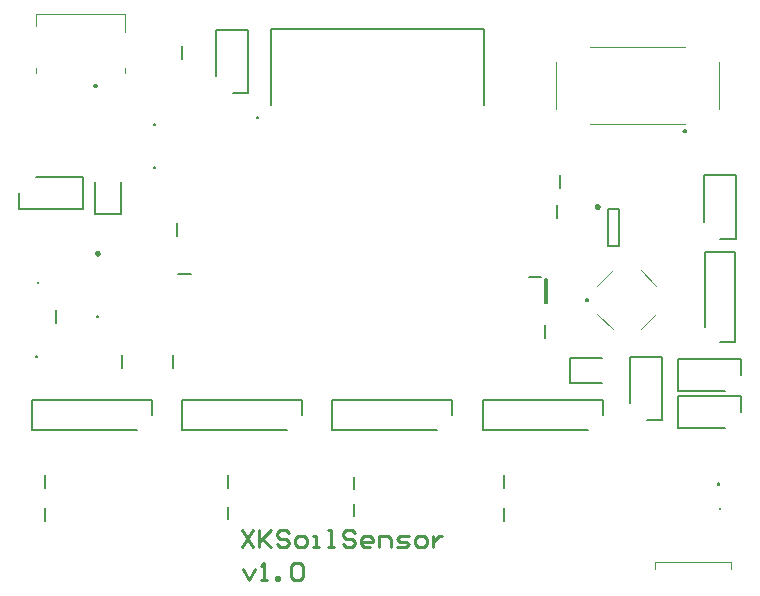
<source format=gto>
%FSTAX23Y23*%
%MOIN*%
%SFA1B1*%

%IPPOS*%
%ADD10C,0.007870*%
%ADD11C,0.009840*%
%ADD12C,0.003940*%
%ADD13C,0.010000*%
%LNxksoilsensor-1*%
%LPD*%
G54D10*
X02256Y01792D02*
D01*
X02256Y01792*
X02256Y01793*
X02256Y01793*
X02256Y01793*
X02256Y01793*
X02256Y01794*
X02255Y01794*
X02255Y01794*
X02255Y01794*
X02255Y01795*
X02255Y01795*
X02255Y01795*
X02254Y01795*
X02254Y01795*
X02254Y01796*
X02254Y01796*
X02253Y01796*
X02253Y01796*
X02253Y01796*
X02253Y01796*
X02252Y01796*
X02252Y01796*
X02252*
X02252Y01796*
X02251Y01796*
X02251Y01796*
X02251Y01796*
X02251Y01796*
X0225Y01796*
X0225Y01796*
X0225Y01795*
X0225Y01795*
X02249Y01795*
X02249Y01795*
X02249Y01795*
X02249Y01794*
X02249Y01794*
X02249Y01794*
X02248Y01794*
X02248Y01793*
X02248Y01793*
X02248Y01793*
X02248Y01793*
X02248Y01792*
X02248Y01792*
D01*
X02248Y01792*
X02248Y01792*
X02248Y01791*
X02248Y01791*
X02248Y01791*
X02248Y01791*
X02249Y0179*
X02249Y0179*
X02249Y0179*
X02249Y0179*
X02249Y01789*
X02249Y01789*
X0225Y01789*
X0225Y01789*
X0225Y01789*
X0225Y01789*
X02251Y01788*
X02251Y01788*
X02251Y01788*
X02251Y01788*
X02252Y01788*
X02252Y01788*
X02252*
X02252Y01788*
X02253Y01788*
X02253Y01788*
X02253Y01788*
X02253Y01788*
X02254Y01789*
X02254Y01789*
X02254Y01789*
X02254Y01789*
X02255Y01789*
X02255Y01789*
X02255Y0179*
X02255Y0179*
X02255Y0179*
X02255Y0179*
X02256Y01791*
X02256Y01791*
X02256Y01791*
X02256Y01791*
X02256Y01792*
X02256Y01792*
X02256Y01792*
X0193Y0123D02*
D01*
X0193Y0123*
X0193Y0123*
X01929Y0123*
X01929Y01231*
X01929Y01231*
X01929Y01231*
X01929Y01231*
X01929Y01232*
X01929Y01232*
X01929Y01232*
X01928Y01232*
X01928Y01232*
X01928Y01233*
X01928Y01233*
X01928Y01233*
X01927Y01233*
X01927Y01233*
X01927Y01233*
X01927Y01233*
X01926Y01233*
X01926Y01233*
X01926Y01233*
X01926*
X01925Y01233*
X01925Y01233*
X01925Y01233*
X01924Y01233*
X01924Y01233*
X01924Y01233*
X01924Y01233*
X01923Y01233*
X01923Y01233*
X01923Y01232*
X01923Y01232*
X01923Y01232*
X01922Y01232*
X01922Y01232*
X01922Y01231*
X01922Y01231*
X01922Y01231*
X01922Y01231*
X01922Y0123*
X01922Y0123*
X01922Y0123*
X01922Y0123*
X01922Y01229*
X01922Y01229*
X01922Y01229*
X01922Y01228*
X01922Y01228*
X01922Y01228*
X01922Y01228*
X01922Y01227*
X01922Y01227*
X01923Y01227*
X01923Y01227*
X01923Y01227*
X01923Y01226*
X01923Y01226*
X01924Y01226*
X01924Y01226*
X01924Y01226*
X01924Y01226*
X01925Y01226*
X01925Y01226*
X01925Y01226*
X01926Y01226*
X01926*
X01926Y01226*
X01926Y01226*
X01927Y01226*
X01927Y01226*
X01927Y01226*
X01927Y01226*
X01928Y01226*
X01928Y01226*
X01928Y01226*
X01928Y01227*
X01928Y01227*
X01929Y01227*
X01929Y01227*
X01929Y01227*
X01929Y01228*
X01929Y01228*
X01929Y01228*
X01929Y01228*
X01929Y01229*
X0193Y01229*
X0193Y01229*
X0193Y0123*
X00093Y0104D02*
D01*
X00093Y0104*
X00093Y0104*
X00093Y0104*
X00093Y0104*
X00093Y0104*
X00093Y0104*
X00093Y0104*
X00093Y01041*
X00093Y01041*
X00093Y01041*
X00092Y01041*
X00092Y01041*
X00092Y01041*
X00092Y01041*
X00092Y01041*
X00092Y01041*
X00092Y01041*
X00092Y01041*
X00092Y01041*
X00091Y01041*
X00091Y01041*
X00091Y01041*
X00091*
X00091Y01041*
X00091Y01041*
X00091Y01041*
X0009Y01041*
X0009Y01041*
X0009Y01041*
X0009Y01041*
X0009Y01041*
X0009Y01041*
X0009Y01041*
X0009Y01041*
X0009Y01041*
X00089Y01041*
X00089Y01041*
X00089Y0104*
X00089Y0104*
X00089Y0104*
X00089Y0104*
X00089Y0104*
X00089Y0104*
X00089Y0104*
X00089Y0104*
X00089Y01039*
X00089Y01039*
X00089Y01039*
X00089Y01039*
X00089Y01039*
X00089Y01039*
X00089Y01039*
X00089Y01038*
X00089Y01038*
X0009Y01038*
X0009Y01038*
X0009Y01038*
X0009Y01038*
X0009Y01038*
X0009Y01038*
X0009Y01038*
X0009Y01038*
X0009Y01038*
X00091Y01038*
X00091Y01038*
X00091Y01038*
X00091Y01038*
X00091*
X00091Y01038*
X00091Y01038*
X00092Y01038*
X00092Y01038*
X00092Y01038*
X00092Y01038*
X00092Y01038*
X00092Y01038*
X00092Y01038*
X00092Y01038*
X00092Y01038*
X00093Y01038*
X00093Y01038*
X00093Y01038*
X00093Y01039*
X00093Y01039*
X00093Y01039*
X00093Y01039*
X00093Y01039*
X00093Y01039*
X00093Y01039*
X00093Y0104*
X00297Y01175D02*
D01*
X00297Y01175*
X00297Y01175*
X00297Y01175*
X00297Y01175*
X00297Y01175*
X00297Y01175*
X00297Y01175*
X00297Y01176*
X00297Y01176*
X00297Y01176*
X00297Y01176*
X00296Y01176*
X00296Y01176*
X00296Y01176*
X00296Y01176*
X00296Y01176*
X00296Y01176*
X00296Y01176*
X00296Y01176*
X00296Y01176*
X00295Y01176*
X00295Y01176*
X00295*
X00295Y01176*
X00295Y01176*
X00295Y01176*
X00295Y01176*
X00294Y01176*
X00294Y01176*
X00294Y01176*
X00294Y01176*
X00294Y01176*
X00294Y01176*
X00294Y01176*
X00294Y01176*
X00294Y01176*
X00293Y01176*
X00293Y01175*
X00293Y01175*
X00293Y01175*
X00293Y01175*
X00293Y01175*
X00293Y01175*
X00293Y01175*
X00293Y01175*
X00293Y01174*
X00293Y01174*
X00293Y01174*
X00293Y01174*
X00293Y01174*
X00293Y01174*
X00293Y01174*
X00293Y01173*
X00294Y01173*
X00294Y01173*
X00294Y01173*
X00294Y01173*
X00294Y01173*
X00294Y01173*
X00294Y01173*
X00294Y01173*
X00294Y01173*
X00295Y01173*
X00295Y01173*
X00295Y01173*
X00295Y01173*
X00295Y01173*
X00295*
X00295Y01173*
X00296Y01173*
X00296Y01173*
X00296Y01173*
X00296Y01173*
X00296Y01173*
X00296Y01173*
X00296Y01173*
X00296Y01173*
X00296Y01173*
X00297Y01173*
X00297Y01173*
X00297Y01173*
X00297Y01173*
X00297Y01174*
X00297Y01174*
X00297Y01174*
X00297Y01174*
X00297Y01174*
X00297Y01174*
X00297Y01174*
X00297Y01175*
X02366Y00616D02*
D01*
X02366Y00616*
X02366Y00616*
X02366Y00616*
X02366Y00616*
X02366Y00616*
X02366Y00616*
X02366Y00617*
X02366Y00617*
X02366Y00617*
X02366Y00617*
X02366Y00617*
X02366Y00617*
X02366Y00617*
X02366Y00617*
X02365Y00617*
X02365Y00617*
X02365Y00617*
X02365Y00617*
X02365Y00618*
X02365Y00618*
X02365Y00618*
X02365Y00618*
X02364*
X02364Y00618*
X02364Y00618*
X02364Y00618*
X02364Y00617*
X02364Y00617*
X02364Y00617*
X02364Y00617*
X02363Y00617*
X02363Y00617*
X02363Y00617*
X02363Y00617*
X02363Y00617*
X02363Y00617*
X02363Y00617*
X02363Y00617*
X02363Y00616*
X02363Y00616*
X02363Y00616*
X02363Y00616*
X02363Y00616*
X02363Y00616*
X02363Y00616*
X02363Y00615*
X02363Y00615*
X02363Y00615*
X02363Y00615*
X02363Y00615*
X02363Y00615*
X02363Y00615*
X02363Y00615*
X02363Y00614*
X02363Y00614*
X02363Y00614*
X02363Y00614*
X02363Y00614*
X02363Y00614*
X02364Y00614*
X02364Y00614*
X02364Y00614*
X02364Y00614*
X02364Y00614*
X02364Y00614*
X02364Y00614*
X02364Y00614*
X02365*
X02365Y00614*
X02365Y00614*
X02365Y00614*
X02365Y00614*
X02365Y00614*
X02365Y00614*
X02365Y00614*
X02366Y00614*
X02366Y00614*
X02366Y00614*
X02366Y00614*
X02366Y00614*
X02366Y00614*
X02366Y00615*
X02366Y00615*
X02366Y00615*
X02366Y00615*
X02366Y00615*
X02366Y00615*
X02366Y00615*
X02366Y00615*
X02366Y00616*
X00288Y01947D02*
D01*
X00288Y01947*
X00288Y01947*
X00287Y01947*
X00287Y01947*
X00287Y01947*
X00286Y01947*
X00286Y01947*
X00286Y01946*
X00286Y01946*
X00286Y01946*
X00285Y01946*
X00285Y01946*
X00285Y01946*
X00285Y01945*
X00285Y01945*
X00285Y01945*
X00284Y01945*
X00284Y01944*
X00284Y01944*
X00284Y01944*
X00284Y01943*
X00284Y01943*
Y01943*
X00284Y01943*
X00284Y01942*
X00284Y01942*
X00284Y01942*
X00284Y01942*
X00285Y01941*
X00285Y01941*
X00285Y01941*
X00285Y01941*
X00285Y0194*
X00285Y0194*
X00286Y0194*
X00286Y0194*
X00286Y0194*
X00286Y0194*
X00286Y01939*
X00287Y01939*
X00287Y01939*
X00287Y01939*
X00288Y01939*
X00288Y01939*
X00288Y01939*
D01*
X00288Y01939*
X00289Y01939*
X00289Y01939*
X00289Y01939*
X00289Y01939*
X0029Y01939*
X0029Y0194*
X0029Y0194*
X0029Y0194*
X00291Y0194*
X00291Y0194*
X00291Y0194*
X00291Y01941*
X00291Y01941*
X00291Y01941*
X00292Y01941*
X00292Y01942*
X00292Y01942*
X00292Y01942*
X00292Y01942*
X00292Y01943*
X00292Y01943*
Y01943*
X00292Y01944*
X00292Y01944*
X00292Y01944*
X00292Y01944*
X00292Y01945*
X00292Y01945*
X00291Y01945*
X00291Y01945*
X00291Y01946*
X00291Y01946*
X00291Y01946*
X00291Y01946*
X0029Y01946*
X0029Y01946*
X0029Y01947*
X0029Y01947*
X00289Y01947*
X00289Y01947*
X00289Y01947*
X00289Y01947*
X00288Y01947*
X00288*
X00488Y0167D02*
D01*
X00488Y0167*
X00488Y0167*
X00488Y0167*
X00488Y0167*
X00488Y0167*
X00488Y0167*
X00488Y0167*
X00488Y01671*
X00488Y01671*
X00488Y01671*
X00487Y01671*
X00487Y01671*
X00487Y01671*
X00487Y01671*
X00487Y01671*
X00487Y01671*
X00487Y01671*
X00487Y01671*
X00487Y01671*
X00486Y01671*
X00486Y01671*
X00486Y01671*
X00486*
X00486Y01671*
X00486Y01671*
X00486Y01671*
X00485Y01671*
X00485Y01671*
X00485Y01671*
X00485Y01671*
X00485Y01671*
X00485Y01671*
X00485Y01671*
X00485Y01671*
X00485Y01671*
X00484Y01671*
X00484Y01671*
X00484Y0167*
X00484Y0167*
X00484Y0167*
X00484Y0167*
X00484Y0167*
X00484Y0167*
X00484Y0167*
X00484Y0167*
X00484Y01669*
X00484Y01669*
X00484Y01669*
X00484Y01669*
X00484Y01669*
X00484Y01669*
X00484Y01669*
X00484Y01668*
X00484Y01668*
X00485Y01668*
X00485Y01668*
X00485Y01668*
X00485Y01668*
X00485Y01668*
X00485Y01668*
X00485Y01668*
X00485Y01668*
X00485Y01668*
X00486Y01668*
X00486Y01668*
X00486Y01668*
X00486Y01668*
X00486*
X00486Y01668*
X00486Y01668*
X00487Y01668*
X00487Y01668*
X00487Y01668*
X00487Y01668*
X00487Y01668*
X00487Y01668*
X00487Y01668*
X00487Y01668*
X00487Y01668*
X00488Y01668*
X00488Y01668*
X00488Y01668*
X00488Y01669*
X00488Y01669*
X00488Y01669*
X00488Y01669*
X00488Y01669*
X00488Y01669*
X00488Y01669*
X00488Y0167*
X00827Y01838D02*
D01*
X00827Y01838*
X00827Y01838*
X00827Y01838*
X00827Y01838*
X00827Y01838*
X00827Y01838*
X00827Y01838*
X00827Y01837*
X00827Y01837*
X00827Y01837*
X00828Y01837*
X00828Y01837*
X00828Y01837*
X00828Y01837*
X00828Y01837*
X00828Y01837*
X00828Y01837*
X00828Y01837*
X00828Y01837*
X00829Y01836*
X00829Y01836*
X00829Y01836*
X00829*
X00829Y01836*
X00829Y01836*
X00829Y01837*
X0083Y01837*
X0083Y01837*
X0083Y01837*
X0083Y01837*
X0083Y01837*
X0083Y01837*
X0083Y01837*
X0083Y01837*
X0083Y01837*
X00831Y01837*
X00831Y01837*
X00831Y01838*
X00831Y01838*
X00831Y01838*
X00831Y01838*
X00831Y01838*
X00831Y01838*
X00831Y01838*
X00831Y01838*
D01*
X00831Y01839*
X00831Y01839*
X00831Y01839*
X00831Y01839*
X00831Y01839*
X00831Y01839*
X00831Y01839*
X00831Y01839*
X00831Y0184*
X0083Y0184*
X0083Y0184*
X0083Y0184*
X0083Y0184*
X0083Y0184*
X0083Y0184*
X0083Y0184*
X0083Y0184*
X0083Y0184*
X00829Y0184*
X00829Y0184*
X00829Y0184*
X00829Y0184*
X00829*
X00829Y0184*
X00829Y0184*
X00828Y0184*
X00828Y0184*
X00828Y0184*
X00828Y0184*
X00828Y0184*
X00828Y0184*
X00828Y0184*
X00828Y0184*
X00828Y0184*
X00827Y0184*
X00827Y0184*
X00827Y01839*
X00827Y01839*
X00827Y01839*
X00827Y01839*
X00827Y01839*
X00827Y01839*
X00827Y01839*
X00827Y01839*
X00827Y01838*
D01*
X00827Y01838*
X00827Y01838*
X00827Y01838*
X00827Y01838*
X00827Y01838*
X00827Y01838*
X00827Y01838*
X00827Y01837*
X00827Y01837*
X00827Y01837*
X00828Y01837*
X00828Y01837*
X00828Y01837*
X00828Y01837*
X00828Y01837*
X00828Y01837*
X00828Y01837*
X00828Y01837*
X00828Y01837*
X00829Y01836*
X00829Y01836*
X00829Y01836*
X00829*
X00829Y01836*
X00829Y01836*
X00829Y01837*
X0083Y01837*
X0083Y01837*
X0083Y01837*
X0083Y01837*
X0083Y01837*
X0083Y01837*
X0083Y01837*
X0083Y01837*
X0083Y01837*
X00831Y01837*
X00831Y01837*
X00831Y01838*
X00831Y01838*
X00831Y01838*
X00831Y01838*
X00831Y01838*
X00831Y01838*
X00831Y01838*
X00831Y01838*
X00488Y01815D02*
D01*
X00488Y01815*
X00488Y01815*
X00488Y01815*
X00488Y01815*
X00488Y01815*
X00488Y01815*
X00488Y01815*
X00488Y01816*
X00488Y01816*
X00488Y01816*
X00487Y01816*
X00487Y01816*
X00487Y01816*
X00487Y01816*
X00487Y01816*
X00487Y01816*
X00487Y01816*
X00487Y01816*
X00487Y01816*
X00486Y01816*
X00486Y01816*
X00486Y01816*
X00486*
X00486Y01816*
X00486Y01816*
X00486Y01816*
X00485Y01816*
X00485Y01816*
X00485Y01816*
X00485Y01816*
X00485Y01816*
X00485Y01816*
X00485Y01816*
X00485Y01816*
X00485Y01816*
X00484Y01816*
X00484Y01816*
X00484Y01815*
X00484Y01815*
X00484Y01815*
X00484Y01815*
X00484Y01815*
X00484Y01815*
X00484Y01815*
X00484Y01815*
X00484Y01814*
X00484Y01814*
X00484Y01814*
X00484Y01814*
X00484Y01814*
X00484Y01814*
X00484Y01814*
X00484Y01813*
X00484Y01813*
X00485Y01813*
X00485Y01813*
X00485Y01813*
X00485Y01813*
X00485Y01813*
X00485Y01813*
X00485Y01813*
X00485Y01813*
X00485Y01813*
X00486Y01813*
X00486Y01813*
X00486Y01813*
X00486Y01813*
X00486*
X00486Y01813*
X00486Y01813*
X00487Y01813*
X00487Y01813*
X00487Y01813*
X00487Y01813*
X00487Y01813*
X00487Y01813*
X00487Y01813*
X00487Y01813*
X00487Y01813*
X00488Y01813*
X00488Y01813*
X00488Y01813*
X00488Y01814*
X00488Y01814*
X00488Y01814*
X00488Y01814*
X00488Y01814*
X00488Y01814*
X00488Y01814*
X00488Y01815*
X02125Y00829D02*
X02178D01*
Y0104*
X02071D02*
X02178D01*
X02071Y00885D02*
Y0104D01*
X0012Y00494D02*
Y00535D01*
Y00604D02*
Y00645D01*
X0073Y00499D02*
Y0054D01*
X00731Y00604D02*
Y00645D01*
X0115Y00509D02*
Y0055D01*
X0115Y00599D02*
Y0064D01*
X01649Y00494D02*
Y00535D01*
Y00604D02*
Y00645D01*
X0056Y01442D02*
Y01487D01*
X0244Y0098D02*
Y01033D01*
X02229D02*
X0244D01*
X02229Y00926D02*
Y01033D01*
Y00926D02*
X02385D01*
X01785Y01104D02*
Y01145D01*
X00375Y01004D02*
Y01045D01*
X01786Y01299D02*
X01793D01*
Y0122D02*
Y01299D01*
X01786Y0122D02*
X01793D01*
X01786D02*
Y01299D01*
X01732Y01306D02*
X01772D01*
X0244Y00855D02*
Y00908D01*
X02229D02*
X0244D01*
X02229Y00801D02*
Y00908D01*
Y00801D02*
X02385D01*
X00547Y01004D02*
Y01045D01*
X01995Y01531D02*
X02034D01*
X01995Y01408D02*
X02034D01*
X01995D02*
Y01531D01*
X02034Y01408D02*
Y01531D01*
X00034Y01531D02*
Y01585D01*
Y01531D02*
X00245D01*
Y01638*
X0009D02*
X00245D01*
X0187Y01037D02*
X01977D01*
X0187Y00952D02*
Y01037D01*
Y00952D02*
X01977D01*
X00287Y01515D02*
Y01622D01*
Y01515D02*
X00372D01*
Y01622*
X01825Y01502D02*
Y01547D01*
X01835Y01602D02*
Y01647D01*
X00564Y01317D02*
X00605D01*
X00155Y01154D02*
Y01195D01*
X0237Y01434D02*
X02423D01*
Y01645*
X02316D02*
X02423D01*
X02316Y0149D02*
Y01645D01*
X00575Y02034D02*
Y02075D01*
X00745Y01919D02*
X00798D01*
Y0213*
X00691D02*
X00798D01*
X00691Y01975D02*
Y0213D01*
X01583Y01879D02*
Y02133D01*
X00874D02*
X01583D01*
X00874Y01879D02*
Y02133D01*
X00475Y00845D02*
Y00895D01*
X00075D02*
X00475D01*
X00075Y00795D02*
Y00895D01*
Y00795D02*
X00425D01*
X00976Y00845D02*
Y00895D01*
X00576D02*
X00976D01*
X00576Y00795D02*
Y00895D01*
Y00795D02*
X00926D01*
X0237Y0109D02*
X0242D01*
Y0139*
X0232D02*
X0242D01*
X0232Y0114D02*
Y0139D01*
X01478Y00845D02*
Y00895D01*
X01078D02*
X01478D01*
X01078Y00795D02*
Y00895D01*
Y00795D02*
X01428D01*
X0198Y00845D02*
Y00895D01*
X0158D02*
X0198D01*
X0158Y00795D02*
Y00895D01*
Y00795D02*
X0193D01*
G54D11*
X01965Y0154D02*
D01*
X01965Y01541*
X01965Y01541*
X01965Y01541*
X01965Y01542*
X01965Y01542*
X01965Y01542*
X01965Y01543*
X01965Y01543*
X01964Y01543*
X01964Y01544*
X01964Y01544*
X01964Y01544*
X01963Y01544*
X01963Y01544*
X01963Y01545*
X01963Y01545*
X01962Y01545*
X01962Y01545*
X01962Y01545*
X01961Y01545*
X01961Y01545*
X01961Y01545*
X0196*
X0196Y01545*
X0196Y01545*
X01959Y01545*
X01959Y01545*
X01959Y01545*
X01958Y01545*
X01958Y01545*
X01958Y01544*
X01957Y01544*
X01957Y01544*
X01957Y01544*
X01957Y01544*
X01956Y01543*
X01956Y01543*
X01956Y01543*
X01956Y01542*
X01956Y01542*
X01956Y01542*
X01956Y01541*
X01955Y01541*
X01955Y01541*
X01955Y0154*
X01955Y0154*
X01955Y0154*
X01956Y01539*
X01956Y01539*
X01956Y01539*
X01956Y01538*
X01956Y01538*
X01956Y01538*
X01956Y01537*
X01957Y01537*
X01957Y01537*
X01957Y01537*
X01957Y01536*
X01958Y01536*
X01958Y01536*
X01958Y01536*
X01959Y01536*
X01959Y01536*
X01959Y01536*
X0196Y01536*
X0196Y01535*
X0196Y01535*
X01961*
X01961Y01535*
X01961Y01536*
X01962Y01536*
X01962Y01536*
X01962Y01536*
X01963Y01536*
X01963Y01536*
X01963Y01536*
X01963Y01536*
X01964Y01537*
X01964Y01537*
X01964Y01537*
X01964Y01537*
X01965Y01538*
X01965Y01538*
X01965Y01538*
X01965Y01539*
X01965Y01539*
X01965Y01539*
X01965Y0154*
X01965Y0154*
X01965Y0154*
X003Y01384D02*
D01*
X003Y01385*
X003Y01385*
X003Y01385*
X00299Y01386*
X00299Y01386*
X00299Y01386*
X00299Y01387*
X00299Y01387*
X00299Y01387*
X00298Y01388*
X00298Y01388*
X00298Y01388*
X00298Y01388*
X00297Y01389*
X00297Y01389*
X00297Y01389*
X00297Y01389*
X00296Y01389*
X00296Y01389*
X00296Y01389*
X00295Y01389*
X00295Y01389*
X00295*
X00294Y01389*
X00294Y01389*
X00294Y01389*
X00293Y01389*
X00293Y01389*
X00293Y01389*
X00292Y01389*
X00292Y01389*
X00292Y01388*
X00291Y01388*
X00291Y01388*
X00291Y01388*
X00291Y01387*
X00291Y01387*
X0029Y01387*
X0029Y01386*
X0029Y01386*
X0029Y01386*
X0029Y01385*
X0029Y01385*
X0029Y01385*
X0029Y01384*
X0029Y01384*
X0029Y01384*
X0029Y01383*
X0029Y01383*
X0029Y01383*
X0029Y01382*
X0029Y01382*
X00291Y01382*
X00291Y01382*
X00291Y01381*
X00291Y01381*
X00291Y01381*
X00292Y01381*
X00292Y0138*
X00292Y0138*
X00293Y0138*
X00293Y0138*
X00293Y0138*
X00294Y0138*
X00294Y0138*
X00294Y0138*
X00295Y0138*
X00295*
X00295Y0138*
X00296Y0138*
X00296Y0138*
X00296Y0138*
X00297Y0138*
X00297Y0138*
X00297Y0138*
X00297Y0138*
X00298Y01381*
X00298Y01381*
X00298Y01381*
X00298Y01381*
X00299Y01382*
X00299Y01382*
X00299Y01382*
X00299Y01382*
X00299Y01383*
X00299Y01383*
X003Y01383*
X003Y01384*
X003Y01384*
X003Y01384*
G54D12*
X02366Y00533D02*
D01*
X02366Y00533*
X02366Y00533*
X02366Y00533*
X02366Y00533*
X02366Y00532*
X02366Y00532*
X02366Y00532*
X02366Y00532*
X02366Y00532*
X02367Y00532*
X02367Y00532*
X02367Y00532*
X02367Y00532*
X02367Y00531*
X02367Y00531*
X02367Y00531*
X02367Y00531*
X02367Y00531*
X02368Y00531*
X02368Y00531*
X02368Y00531*
X02368Y00531*
X02368*
X02368Y00531*
X02368Y00531*
X02369Y00531*
X02369Y00531*
X02369Y00531*
X02369Y00531*
X02369Y00531*
X02369Y00531*
X02369Y00532*
X02369Y00532*
X02369Y00532*
X0237Y00532*
X0237Y00532*
X0237Y00532*
X0237Y00532*
X0237Y00532*
X0237Y00532*
X0237Y00533*
X0237Y00533*
X0237Y00533*
X0237Y00533*
X0237Y00533*
D01*
X0237Y00533*
X0237Y00533*
X0237Y00533*
X0237Y00534*
X0237Y00534*
X0237Y00534*
X0237Y00534*
X0237Y00534*
X0237Y00534*
X0237Y00534*
X02369Y00534*
X02369Y00535*
X02369Y00535*
X02369Y00535*
X02369Y00535*
X02369Y00535*
X02369Y00535*
X02369Y00535*
X02369Y00535*
X02368Y00535*
X02368Y00535*
X02368Y00535*
X02368*
X02368Y00535*
X02368Y00535*
X02368Y00535*
X02367Y00535*
X02367Y00535*
X02367Y00535*
X02367Y00535*
X02367Y00535*
X02367Y00535*
X02367Y00535*
X02367Y00534*
X02367Y00534*
X02366Y00534*
X02366Y00534*
X02366Y00534*
X02366Y00534*
X02366Y00534*
X02366Y00534*
X02366Y00533*
X02366Y00533*
X02366Y00533*
X02366Y00533*
X00095Y0129D02*
D01*
X00094Y0129*
X00094Y0129*
X00094Y0129*
X00094Y0129*
X00094Y0129*
X00094Y0129*
X00094Y0129*
X00093Y0129*
X00093Y0129*
X00093Y0129*
X00093Y01289*
X00093Y01289*
X00093Y01289*
X00093Y01289*
X00093Y01289*
X00093Y01289*
X00093Y01289*
X00093Y01289*
X00093Y01289*
X00093Y01288*
X00093Y01288*
X00093Y01288*
Y01288*
X00093Y01288*
X00093Y01288*
X00093Y01288*
X00093Y01287*
X00093Y01287*
X00093Y01287*
X00093Y01287*
X00093Y01287*
X00093Y01287*
X00093Y01287*
X00093Y01287*
X00093Y01287*
X00093Y01286*
X00093Y01286*
X00094Y01286*
X00094Y01286*
X00094Y01286*
X00094Y01286*
X00094Y01286*
X00094Y01286*
X00094Y01286*
X00095Y01286*
D01*
X00095Y01286*
X00095Y01286*
X00095Y01286*
X00095Y01286*
X00095Y01286*
X00095Y01286*
X00095Y01286*
X00096Y01286*
X00096Y01286*
X00096Y01287*
X00096Y01287*
X00096Y01287*
X00096Y01287*
X00096Y01287*
X00096Y01287*
X00096Y01287*
X00096Y01287*
X00096Y01287*
X00096Y01288*
X00096Y01288*
X00096Y01288*
X00096Y01288*
Y01288*
X00096Y01288*
X00096Y01288*
X00096Y01289*
X00096Y01289*
X00096Y01289*
X00096Y01289*
X00096Y01289*
X00096Y01289*
X00096Y01289*
X00096Y01289*
X00096Y01289*
X00096Y0129*
X00096Y0129*
X00096Y0129*
X00095Y0129*
X00095Y0129*
X00095Y0129*
X00095Y0129*
X00095Y0129*
X00095Y0129*
X00095Y0129*
X00095Y0129*
X02366Y01865D02*
Y02022D01*
X01937Y02072D02*
X02252D01*
X01823Y01865D02*
Y02022D01*
X01937Y01816D02*
X02252D01*
X01961Y01277D02*
X02012Y01328D01*
X02107Y01131D02*
X02158Y01182D01*
X01961D02*
X02012Y01131D01*
X02107Y01328D02*
X02158Y01277D01*
X02407Y00332D02*
Y00356D01*
X02152D02*
X02407D01*
X02152Y00332D02*
Y00356D01*
X00089Y02143D02*
Y02182D01*
X00385*
Y02123D02*
Y02182D01*
Y01985D02*
Y02001D01*
X00089Y01985D02*
Y02001D01*
G54D13*
X0078Y00334D02*
X00799Y00295D01*
X00819Y00334*
X00839Y00295D02*
X00859D01*
X00849*
Y00354*
X00839Y00344*
X00889Y00295D02*
Y00305D01*
X00899*
Y00295*
X00889*
X00939Y00344D02*
X00949Y00354D01*
X00969*
X00979Y00344*
Y00305*
X00969Y00295*
X00949*
X00939Y00305*
Y00344*
X00775Y00464D02*
X00814Y00405D01*
Y00464D02*
X00775Y00405D01*
X00834Y00464D02*
Y00405D01*
Y00424*
X00874Y00464*
X00844Y00434*
X00874Y00405*
X00934Y00454D02*
X00924Y00464D01*
X00904*
X00894Y00454*
Y00444*
X00904Y00434*
X00924*
X00934Y00424*
Y00415*
X00924Y00405*
X00904*
X00894Y00415*
X00964Y00405D02*
X00984D01*
X00994Y00415*
Y00434*
X00984Y00444*
X00964*
X00954Y00434*
Y00415*
X00964Y00405*
X01014D02*
X01034D01*
X01024*
Y00444*
X01014*
X01064Y00405D02*
X01084D01*
X01074*
Y00464*
X01064*
X01154Y00454D02*
X01144Y00464D01*
X01124*
X01114Y00454*
Y00444*
X01124Y00434*
X01144*
X01154Y00424*
Y00415*
X01144Y00405*
X01124*
X01114Y00415*
X01204Y00405D02*
X01184D01*
X01174Y00415*
Y00434*
X01184Y00444*
X01204*
X01214Y00434*
Y00424*
X01174*
X01234Y00405D02*
Y00444D01*
X01264*
X01274Y00434*
Y00405*
X01294D02*
X01324D01*
X01334Y00415*
X01324Y00424*
X01304*
X01294Y00434*
X01304Y00444*
X01334*
X01364Y00405D02*
X01384D01*
X01394Y00415*
Y00434*
X01384Y00444*
X01364*
X01354Y00434*
Y00415*
X01364Y00405*
X01414Y00444D02*
Y00405D01*
Y00424*
X01424Y00434*
X01434Y00444*
X01444*
M02*
</source>
